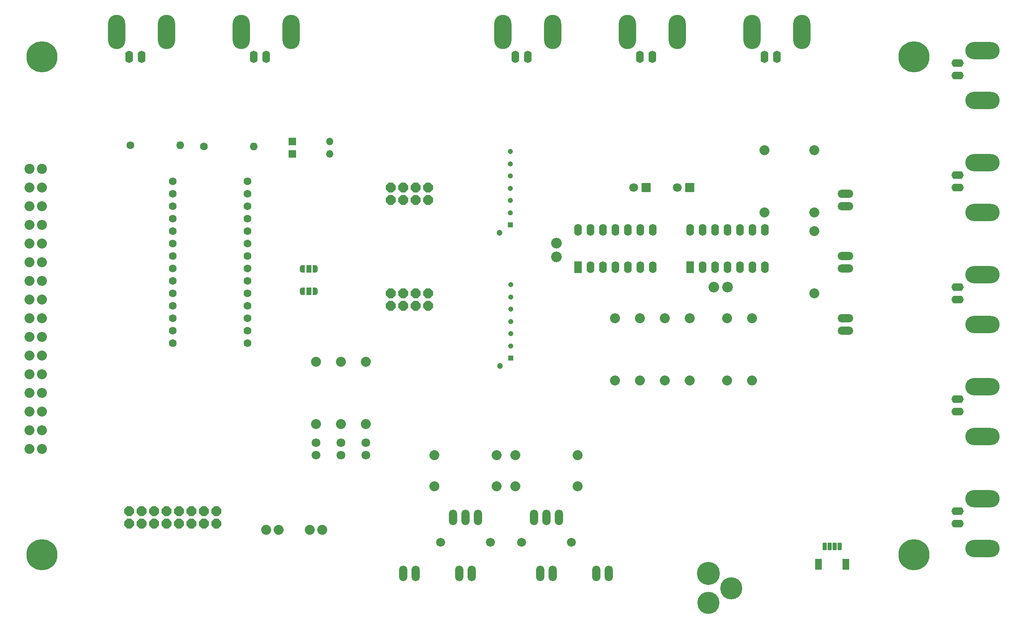
<source format=gbr>
%TF.GenerationSoftware,KiCad,Pcbnew,8.0.5*%
%TF.CreationDate,2024-09-30T14:32:55-04:00*%
%TF.ProjectId,HarveyBehaviorPCB_v2,48617276-6579-4426-9568-6176696f7250,rev?*%
%TF.SameCoordinates,Original*%
%TF.FileFunction,Soldermask,Top*%
%TF.FilePolarity,Negative*%
%FSLAX46Y46*%
G04 Gerber Fmt 4.6, Leading zero omitted, Abs format (unit mm)*
G04 Created by KiCad (PCBNEW 8.0.5) date 2024-09-30 14:32:55*
%MOMM*%
%LPD*%
G01*
G04 APERTURE LIST*
G04 Aperture macros list*
%AMRoundRect*
0 Rectangle with rounded corners*
0 $1 Rounding radius*
0 $2 $3 $4 $5 $6 $7 $8 $9 X,Y pos of 4 corners*
0 Add a 4 corners polygon primitive as box body*
4,1,4,$2,$3,$4,$5,$6,$7,$8,$9,$2,$3,0*
0 Add four circle primitives for the rounded corners*
1,1,$1+$1,$2,$3*
1,1,$1+$1,$4,$5*
1,1,$1+$1,$6,$7*
1,1,$1+$1,$8,$9*
0 Add four rect primitives between the rounded corners*
20,1,$1+$1,$2,$3,$4,$5,0*
20,1,$1+$1,$4,$5,$6,$7,0*
20,1,$1+$1,$6,$7,$8,$9,0*
20,1,$1+$1,$8,$9,$2,$3,0*%
%AMFreePoly0*
4,1,19,0.550000,-0.750000,0.000000,-0.750000,0.000000,-0.744911,-0.071157,-0.744911,-0.207708,-0.704816,-0.327430,-0.627875,-0.420627,-0.520320,-0.479746,-0.390866,-0.500000,-0.250000,-0.500000,0.250000,-0.479746,0.390866,-0.420627,0.520320,-0.327430,0.627875,-0.207708,0.704816,-0.071157,0.744911,0.000000,0.744911,0.000000,0.750000,0.550000,0.750000,0.550000,-0.750000,0.550000,-0.750000,
$1*%
%AMFreePoly1*
4,1,19,0.000000,0.744911,0.071157,0.744911,0.207708,0.704816,0.327430,0.627875,0.420627,0.520320,0.479746,0.390866,0.500000,0.250000,0.500000,-0.250000,0.479746,-0.390866,0.420627,-0.520320,0.327430,-0.627875,0.207708,-0.704816,0.071157,-0.744911,0.000000,-0.744911,0.000000,-0.750000,-0.550000,-0.750000,-0.550000,0.750000,0.000000,0.750000,0.000000,0.744911,0.000000,0.744911,
$1*%
%AMFreePoly2*
4,1,25,0.438258,0.998173,0.443160,0.993682,0.993682,0.443160,1.015710,0.395919,1.016000,0.389278,1.016000,-0.389278,0.998173,-0.438258,0.993682,-0.443160,0.443160,-0.993682,0.395919,-1.015710,0.389278,-1.016000,-0.389278,-1.016000,-0.438258,-0.998173,-0.443160,-0.993682,-0.993682,-0.443160,-1.015710,-0.395919,-1.016000,-0.389278,-1.016000,0.389278,-0.998173,0.438258,-0.993682,0.443160,
-0.443160,0.993682,-0.395919,1.015710,-0.389278,1.016000,0.389278,1.016000,0.438258,0.998173,0.438258,0.998173,$1*%
G04 Aperture macros list end*
%ADD10C,0.000000*%
%ADD11FreePoly0,0.000000*%
%ADD12R,1.000000X1.500000*%
%ADD13FreePoly1,0.000000*%
%ADD14O,1.676400X3.200400*%
%ADD15O,2.500000X1.600000*%
%ADD16O,7.000000X3.500000*%
%ADD17FreePoly2,0.000000*%
%ADD18RoundRect,0.076200X-0.825500X-0.825500X0.825500X-0.825500X0.825500X0.825500X-0.825500X0.825500X0*%
%ADD19C,1.803400*%
%ADD20C,2.032000*%
%ADD21C,6.350000*%
%ADD22C,1.828800*%
%ADD23O,1.600000X2.500000*%
%ADD24O,3.500000X7.000000*%
%ADD25R,1.500000X1.500000*%
%ADD26O,1.500000X1.500000*%
%ADD27R,1.600000X2.400000*%
%ADD28O,1.600000X2.400000*%
%ADD29O,3.200400X1.676400*%
%ADD30C,1.600000*%
%ADD31O,1.600000X1.600000*%
%ADD32C,2.184400*%
%ADD33C,2.057400*%
%ADD34C,1.050000*%
%ADD35R,1.050000X1.050000*%
%ADD36C,1.200000*%
%ADD37RoundRect,0.101600X-0.599440X-0.999490X0.599440X-0.999490X0.599440X0.999490X-0.599440X0.999490X0*%
%ADD38RoundRect,0.101600X-0.299720X-0.674370X0.299720X-0.674370X0.299720X0.674370X-0.299720X0.674370X0*%
%ADD39C,1.600200*%
%ADD40C,4.703200*%
%ADD41C,4.521200*%
G04 APERTURE END LIST*
D10*
%TO.C,C7*%
G36*
X169950829Y-95269548D02*
G01*
X170092821Y-95344947D01*
X170208171Y-95464264D01*
X170298397Y-95758807D01*
X170271682Y-95918704D01*
X170199120Y-96058167D01*
X170087008Y-96168375D01*
X169946324Y-96238538D01*
X169851348Y-96252741D01*
X169850228Y-96269479D01*
X169638248Y-96240984D01*
X169497583Y-96173411D01*
X169380935Y-96062091D01*
X169281953Y-95779993D01*
X169304069Y-95613529D01*
X169374327Y-95466673D01*
X169490103Y-95344959D01*
X169770274Y-95246117D01*
X169791400Y-95305999D01*
X169802391Y-95243459D01*
X169950829Y-95269548D01*
G37*
G36*
X172749929Y-95269548D02*
G01*
X172891921Y-95344947D01*
X173007271Y-95464264D01*
X173093115Y-95744501D01*
X173032402Y-95763099D01*
X173095032Y-95773563D01*
X173070782Y-95918703D01*
X172998221Y-96058165D01*
X172886109Y-96168374D01*
X172745424Y-96238539D01*
X172650446Y-96252741D01*
X172649327Y-96269479D01*
X172437347Y-96240984D01*
X172296682Y-96173411D01*
X172180034Y-96062090D01*
X172081053Y-95779993D01*
X172103169Y-95613529D01*
X172173427Y-95466673D01*
X172289203Y-95344959D01*
X172569374Y-95246117D01*
X172590499Y-95305999D01*
X172601491Y-95243459D01*
X172749929Y-95269548D01*
G37*
%TO.C,C6*%
G36*
X137812471Y-86246069D02*
G01*
X137959327Y-86316327D01*
X138081041Y-86432103D01*
X138179883Y-86712274D01*
X138120001Y-86733400D01*
X138182541Y-86744391D01*
X138156452Y-86892829D01*
X138081053Y-87034821D01*
X137961736Y-87150171D01*
X137667193Y-87240397D01*
X137507296Y-87213682D01*
X137367833Y-87141120D01*
X137257625Y-87029008D01*
X137187462Y-86888324D01*
X137173259Y-86793348D01*
X137156521Y-86792228D01*
X137185016Y-86580248D01*
X137252589Y-86439583D01*
X137363909Y-86322935D01*
X137646007Y-86223953D01*
X137812471Y-86246069D01*
G37*
G36*
X137812471Y-89045169D02*
G01*
X137959327Y-89115427D01*
X138081041Y-89231203D01*
X138179883Y-89511374D01*
X138120001Y-89532499D01*
X138182541Y-89543491D01*
X138156452Y-89691929D01*
X138081053Y-89833921D01*
X137961736Y-89949271D01*
X137681499Y-90035115D01*
X137662901Y-89974402D01*
X137652437Y-90037032D01*
X137507297Y-90012782D01*
X137367835Y-89940221D01*
X137257626Y-89828109D01*
X137187461Y-89687424D01*
X137173259Y-89592446D01*
X137156521Y-89591327D01*
X137185016Y-89379347D01*
X137252589Y-89238682D01*
X137363910Y-89122034D01*
X137646007Y-89023053D01*
X137812471Y-89045169D01*
G37*
%TD*%
D11*
%TO.C,JP4*%
X85880900Y-91973400D03*
D12*
X87180900Y-91973400D03*
D13*
X88480900Y-91973400D03*
%TD*%
D14*
%TO.C,Q2*%
X133096000Y-142748000D03*
X135636000Y-142748000D03*
X138176000Y-142748000D03*
%TD*%
D15*
%TO.C,U$10*%
X219456000Y-144018000D03*
D16*
X224536000Y-138938000D03*
D15*
X219456000Y-141478000D03*
D16*
X224536000Y-149098000D03*
%TD*%
D17*
%TO.C,J4*%
X103886000Y-77978000D03*
X103886000Y-75438000D03*
X106426000Y-77978000D03*
X106426000Y-75438000D03*
X108966000Y-77978000D03*
X108966000Y-75438000D03*
X111506000Y-77978000D03*
X111506000Y-75438000D03*
%TD*%
D18*
%TO.C,C2*%
X155956000Y-75438000D03*
D19*
X153416000Y-75438000D03*
%TD*%
D20*
%TO.C,R9*%
X190246000Y-84328000D03*
X190246000Y-97028000D03*
%TD*%
D17*
%TO.C,J9*%
X50546000Y-144018000D03*
X50546000Y-141478000D03*
X53086000Y-144018000D03*
X53086000Y-141478000D03*
X55626000Y-144018000D03*
X55626000Y-141478000D03*
X58166000Y-144018000D03*
X58166000Y-141478000D03*
X60706000Y-144018000D03*
X60706000Y-141478000D03*
X63246000Y-144018000D03*
X63246000Y-141478000D03*
X65786000Y-144018000D03*
X65786000Y-141478000D03*
X68326000Y-144018000D03*
X68326000Y-141478000D03*
%TD*%
D20*
%TO.C,JP3*%
X87376000Y-145288000D03*
X89916000Y-145288000D03*
%TD*%
D21*
%TO.C,J11*%
X210566000Y-150368000D03*
%TD*%
%TO.C,J2*%
X32766000Y-150368000D03*
%TD*%
D22*
%TO.C,D1*%
X130556000Y-147828000D03*
X140716000Y-147828000D03*
%TD*%
D23*
%TO.C,U$4*%
X157226000Y-48768000D03*
D24*
X152146000Y-43688000D03*
D23*
X154686000Y-48768000D03*
D24*
X162306000Y-43688000D03*
%TD*%
D20*
%TO.C,R13*%
X88646000Y-110998000D03*
X88646000Y-123698000D03*
%TD*%
D14*
%TO.C,J18*%
X148336000Y-154178000D03*
X145796000Y-154178000D03*
%TD*%
%TO.C,Q1*%
X116586000Y-142748000D03*
X119126000Y-142748000D03*
X121666000Y-142748000D03*
%TD*%
D25*
%TO.C,D3*%
X83815000Y-68580000D03*
D26*
X91435000Y-68580000D03*
%TD*%
D27*
%TO.C,IC1*%
X164934900Y-91693393D03*
D28*
X167474900Y-91693393D03*
X170014900Y-91693393D03*
X172554900Y-91693393D03*
X175094900Y-91693393D03*
X177634900Y-91693393D03*
X180174900Y-91693393D03*
X180174900Y-84073393D03*
X177634900Y-84073393D03*
X175094900Y-84073393D03*
X172554900Y-84073393D03*
X170014900Y-84073393D03*
X167474900Y-84073393D03*
X164934900Y-84073393D03*
%TD*%
D20*
%TO.C,R12*%
X93726000Y-123698000D03*
X93726000Y-110998000D03*
%TD*%
%TO.C,R11*%
X98806000Y-123698000D03*
X98806000Y-110998000D03*
%TD*%
D14*
%TO.C,J15*%
X120396000Y-154178000D03*
X117856000Y-154178000D03*
%TD*%
D29*
%TO.C,J8*%
X196596000Y-102108000D03*
X196596000Y-104648000D03*
%TD*%
D25*
%TO.C,D4*%
X83815000Y-66040000D03*
D26*
X91435000Y-66040000D03*
%TD*%
D14*
%TO.C,J16*%
X108966000Y-154178000D03*
X106426000Y-154178000D03*
%TD*%
D20*
%TO.C,R4*%
X149606000Y-114808000D03*
X149606000Y-102108000D03*
%TD*%
D30*
%TO.C,R17*%
X50800000Y-66802000D03*
D31*
X60960000Y-66802000D03*
%TD*%
D20*
%TO.C,R14*%
X180086000Y-67818000D03*
X180086000Y-80518000D03*
%TD*%
D19*
%TO.C,C5*%
X88646000Y-127508000D03*
X88646000Y-130048000D03*
%TD*%
D20*
%TO.C,R2*%
X172466000Y-114808000D03*
X172466000Y-102108000D03*
%TD*%
D32*
%TO.C,C7*%
X169799000Y-95758000D03*
X172593000Y-95758000D03*
%TD*%
D17*
%TO.C,J5*%
X103886000Y-99568000D03*
X103886000Y-97028000D03*
X106426000Y-99568000D03*
X106426000Y-97028000D03*
X108966000Y-99568000D03*
X108966000Y-97028000D03*
X111506000Y-99568000D03*
X111506000Y-97028000D03*
%TD*%
D19*
%TO.C,C4*%
X93726000Y-127508000D03*
X93726000Y-130048000D03*
%TD*%
D23*
%TO.C,U$2*%
X78486000Y-48768000D03*
D24*
X73406000Y-43688000D03*
D23*
X75946000Y-48768000D03*
D24*
X83566000Y-43688000D03*
%TD*%
D11*
%TO.C,JP5*%
X85880900Y-96545400D03*
D12*
X87180900Y-96545400D03*
D13*
X88480900Y-96545400D03*
%TD*%
D20*
%TO.C,R1*%
X141986000Y-136398000D03*
X129286000Y-136398000D03*
%TD*%
%TO.C,R16*%
X129286000Y-130048000D03*
X141986000Y-130048000D03*
%TD*%
%TO.C,R15*%
X112776000Y-130048000D03*
X125476000Y-130048000D03*
%TD*%
%TO.C,R5*%
X164846000Y-114808000D03*
X164846000Y-102108000D03*
%TD*%
%TO.C,R6*%
X154686000Y-114808000D03*
X154686000Y-102108000D03*
%TD*%
D14*
%TO.C,J17*%
X136906000Y-154178000D03*
X134366000Y-154178000D03*
%TD*%
D23*
%TO.C,U$1*%
X53086000Y-48768000D03*
D24*
X48006000Y-43688000D03*
D23*
X50546000Y-48768000D03*
D24*
X58166000Y-43688000D03*
%TD*%
D33*
%TO.C,JP1*%
X32766000Y-71628000D03*
D20*
X32766000Y-75438000D03*
X32766000Y-79248000D03*
X32766000Y-83058000D03*
X32766000Y-86868000D03*
X32766000Y-90678000D03*
X32766000Y-94488000D03*
X32766000Y-98298000D03*
X32766000Y-102108000D03*
X32766000Y-105918000D03*
X32766000Y-109728000D03*
X32766000Y-113538000D03*
X32766000Y-117348000D03*
X32766000Y-121158000D03*
X32766000Y-124968000D03*
X32766000Y-128778000D03*
D33*
X30226000Y-71628000D03*
D20*
X30226000Y-75438000D03*
X30226000Y-79248000D03*
X30226000Y-83058000D03*
X30226000Y-86868000D03*
X30226000Y-90678000D03*
X30226000Y-94488000D03*
X30226000Y-98298000D03*
X30226000Y-102108000D03*
X30226000Y-105918000D03*
X30226000Y-109728000D03*
X30226000Y-113538000D03*
X30226000Y-117348000D03*
X30226000Y-121158000D03*
X30226000Y-124968000D03*
X30226000Y-128778000D03*
%TD*%
D15*
%TO.C,U$7*%
X219456000Y-75438000D03*
D16*
X224536000Y-70358000D03*
D15*
X219456000Y-72898000D03*
D16*
X224536000Y-80518000D03*
%TD*%
D34*
%TO.C,J13*%
X128358900Y-95236000D03*
X128358900Y-97736000D03*
X128358900Y-100236000D03*
X128358900Y-102736000D03*
X128358900Y-105236000D03*
X128358900Y-107736000D03*
D35*
X128358900Y-110236000D03*
D36*
X126158900Y-111836000D03*
%TD*%
D19*
%TO.C,C3*%
X98806000Y-127508000D03*
X98806000Y-130048000D03*
%TD*%
D23*
%TO.C,U$3*%
X182626000Y-48768000D03*
D24*
X177546000Y-43688000D03*
D23*
X180086000Y-48768000D03*
D24*
X187706000Y-43688000D03*
%TD*%
D34*
%TO.C,J12*%
X128270000Y-68058000D03*
X128270000Y-70558000D03*
X128270000Y-73058000D03*
X128270000Y-75558000D03*
X128270000Y-78058000D03*
X128270000Y-80558000D03*
D35*
X128270000Y-83058000D03*
D36*
X126070000Y-84658000D03*
%TD*%
D29*
%TO.C,J7*%
X196596000Y-76708000D03*
X196596000Y-79248000D03*
%TD*%
D20*
%TO.C,R8*%
X177546000Y-114808000D03*
X177546000Y-102108000D03*
%TD*%
D29*
%TO.C,J6*%
X196596000Y-89408000D03*
X196596000Y-91948000D03*
%TD*%
D21*
%TO.C,J10*%
X210566000Y-48768000D03*
%TD*%
D18*
%TO.C,C1*%
X164846000Y-75438000D03*
D19*
X162306000Y-75438000D03*
%TD*%
D21*
%TO.C,J3*%
X32766000Y-48768000D03*
%TD*%
D15*
%TO.C,U$8*%
X219456000Y-98298000D03*
D16*
X224536000Y-93218000D03*
D15*
X219456000Y-95758000D03*
D16*
X224536000Y-103378000D03*
%TD*%
D27*
%TO.C,IC3*%
X142074900Y-91693393D03*
D28*
X144614900Y-91693393D03*
X147154900Y-91693393D03*
X149694900Y-91693393D03*
X152234900Y-91693393D03*
X154774900Y-91693393D03*
X157314900Y-91693393D03*
X157314900Y-84073393D03*
X154774900Y-84073393D03*
X152234900Y-84073393D03*
X149694900Y-84073393D03*
X147154900Y-84073393D03*
X144614900Y-84073393D03*
X142074900Y-84073393D03*
%TD*%
D20*
%TO.C,R3*%
X159766000Y-114808000D03*
X159766000Y-102108000D03*
%TD*%
%TO.C,JP2*%
X78486000Y-145288000D03*
X81026000Y-145288000D03*
%TD*%
D22*
%TO.C,D2*%
X114046000Y-147828000D03*
X124206000Y-147828000D03*
%TD*%
D20*
%TO.C,R10*%
X190246000Y-67818000D03*
X190246000Y-80518000D03*
%TD*%
D32*
%TO.C,C6*%
X137668000Y-86741000D03*
X137668000Y-89535000D03*
%TD*%
D15*
%TO.C,U$9*%
X219456000Y-121158000D03*
D16*
X224536000Y-116078000D03*
D15*
X219456000Y-118618000D03*
D16*
X224536000Y-126238000D03*
%TD*%
D20*
%TO.C,R7*%
X125476000Y-136398000D03*
X112776000Y-136398000D03*
%TD*%
D23*
%TO.C,U$5*%
X131826000Y-48768000D03*
D24*
X126746000Y-43688000D03*
D23*
X129286000Y-48768000D03*
D24*
X136906000Y-43688000D03*
%TD*%
D30*
%TO.C,R18*%
X65786000Y-67056000D03*
D31*
X75946000Y-67056000D03*
%TD*%
D15*
%TO.C,U$6*%
X219456000Y-52578000D03*
D16*
X224536000Y-47498000D03*
D15*
X219456000Y-50038000D03*
D16*
X224536000Y-57658000D03*
%TD*%
D37*
%TO.C,J14*%
X191091820Y-152293955D03*
X196689980Y-152293955D03*
D38*
X195389500Y-148621115D03*
X194388740Y-148621115D03*
X193393060Y-148621115D03*
X192392300Y-148621115D03*
%TD*%
D39*
%TO.C,TEENSY0*%
X74676000Y-104648000D03*
X74676000Y-102108000D03*
X74676000Y-99568000D03*
X74676000Y-97028000D03*
X59436000Y-102108000D03*
X74676000Y-94488000D03*
X74676000Y-91948000D03*
X74676000Y-89408000D03*
X74676000Y-86868000D03*
X74676000Y-84328000D03*
X74676000Y-81788000D03*
X74676000Y-79248000D03*
X74676000Y-76708000D03*
X74676000Y-74168000D03*
X59436000Y-74168000D03*
X59436000Y-76708000D03*
X59436000Y-79248000D03*
X59436000Y-81788000D03*
X59436000Y-84328000D03*
X59436000Y-86868000D03*
X59436000Y-89408000D03*
X59436000Y-91948000D03*
X59436000Y-94488000D03*
X59436000Y-97028000D03*
X59436000Y-99568000D03*
X59436000Y-104648000D03*
X74676000Y-107188000D03*
X59436000Y-107188000D03*
%TD*%
D40*
%TO.C,J1*%
X168656000Y-154178000D03*
D41*
X168656000Y-160177480D03*
X173355000Y-157177740D03*
%TD*%
M02*

</source>
